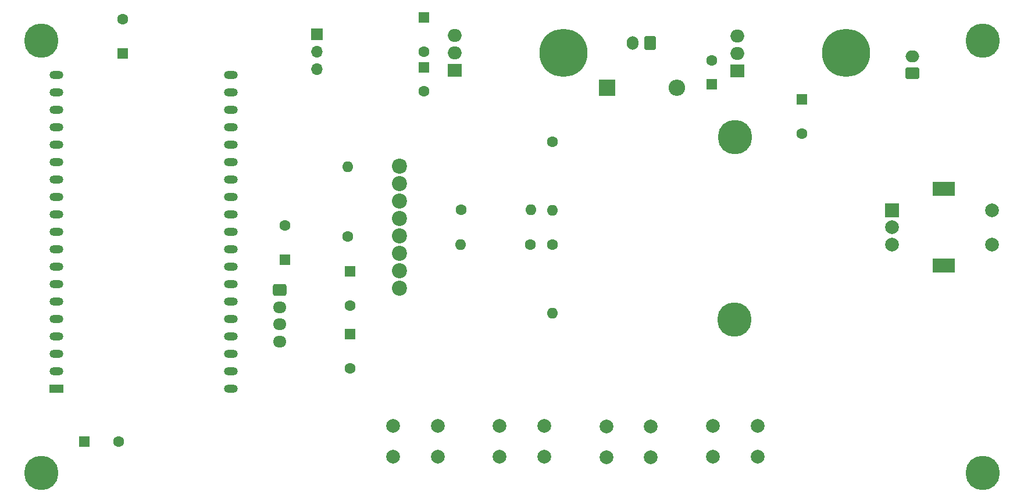
<source format=gts>
G04 #@! TF.GenerationSoftware,KiCad,Pcbnew,8.0.2*
G04 #@! TF.CreationDate,2024-05-25T11:53:28+02:00*
G04 #@! TF.ProjectId,VFO na esp32,56464f20-6e61-4206-9573-7033322e6b69,rev?*
G04 #@! TF.SameCoordinates,Original*
G04 #@! TF.FileFunction,Soldermask,Top*
G04 #@! TF.FilePolarity,Negative*
%FSLAX46Y46*%
G04 Gerber Fmt 4.6, Leading zero omitted, Abs format (unit mm)*
G04 Created by KiCad (PCBNEW 8.0.2) date 2024-05-25 11:53:28*
%MOMM*%
%LPD*%
G01*
G04 APERTURE LIST*
G04 Aperture macros list*
%AMRoundRect*
0 Rectangle with rounded corners*
0 $1 Rounding radius*
0 $2 $3 $4 $5 $6 $7 $8 $9 X,Y pos of 4 corners*
0 Add a 4 corners polygon primitive as box body*
4,1,4,$2,$3,$4,$5,$6,$7,$8,$9,$2,$3,0*
0 Add four circle primitives for the rounded corners*
1,1,$1+$1,$2,$3*
1,1,$1+$1,$4,$5*
1,1,$1+$1,$6,$7*
1,1,$1+$1,$8,$9*
0 Add four rect primitives between the rounded corners*
20,1,$1+$1,$2,$3,$4,$5,0*
20,1,$1+$1,$4,$5,$6,$7,0*
20,1,$1+$1,$6,$7,$8,$9,0*
20,1,$1+$1,$8,$9,$2,$3,0*%
G04 Aperture macros list end*
%ADD10R,1.600000X1.600000*%
%ADD11C,1.600000*%
%ADD12C,2.200000*%
%ADD13R,1.700000X1.700000*%
%ADD14O,1.700000X1.700000*%
%ADD15C,5.000000*%
%ADD16O,1.600000X1.600000*%
%ADD17C,7.000000*%
%ADD18R,2.000000X2.000000*%
%ADD19C,2.000000*%
%ADD20R,3.200000X2.000000*%
%ADD21R,2.400000X2.400000*%
%ADD22O,2.400000X2.400000*%
%ADD23RoundRect,0.250000X0.750000X-0.600000X0.750000X0.600000X-0.750000X0.600000X-0.750000X-0.600000X0*%
%ADD24O,2.000000X1.700000*%
%ADD25RoundRect,0.250000X0.600000X0.750000X-0.600000X0.750000X-0.600000X-0.750000X0.600000X-0.750000X0*%
%ADD26O,1.700000X2.000000*%
%ADD27R,2.000000X1.200000*%
%ADD28O,2.000000X1.200000*%
%ADD29O,3.500000X3.500000*%
%ADD30R,2.000000X1.905000*%
%ADD31O,2.000000X1.905000*%
%ADD32RoundRect,0.250000X-0.725000X0.600000X-0.725000X-0.600000X0.725000X-0.600000X0.725000X0.600000X0*%
%ADD33O,1.950000X1.700000*%
G04 APERTURE END LIST*
D10*
X199600000Y-72400000D03*
D11*
X199600000Y-68900000D03*
D10*
X157700000Y-69900000D03*
D11*
X157700000Y-73400000D03*
D10*
X113800000Y-67900000D03*
D11*
X113800000Y-62900000D03*
D12*
X154100000Y-84300000D03*
X154100000Y-86840000D03*
X154100000Y-89380000D03*
X154100000Y-91920000D03*
X154100000Y-94460000D03*
X154100000Y-97000000D03*
X154100000Y-99540000D03*
X154100000Y-102080000D03*
D10*
X146900000Y-99600000D03*
D11*
X146900000Y-104600000D03*
D13*
X142100000Y-65060000D03*
D14*
X142100000Y-67600000D03*
X142100000Y-70140000D03*
D15*
X239000000Y-129000000D03*
D11*
X176400000Y-95700000D03*
D16*
X176400000Y-105700000D03*
D10*
X108200000Y-124400000D03*
D11*
X113200000Y-124400000D03*
D15*
X102000000Y-66000000D03*
D17*
X177950000Y-67810000D03*
D13*
X154125000Y-84325000D03*
D14*
X154125000Y-86865000D03*
X154125000Y-89405000D03*
X154125000Y-91945000D03*
X154125000Y-94485000D03*
X154125000Y-97025000D03*
X154125000Y-99565000D03*
X154125000Y-102105000D03*
D18*
X225850000Y-90700000D03*
D19*
X225850000Y-95700000D03*
X225850000Y-93200000D03*
D20*
X233350000Y-87600000D03*
X233350000Y-98800000D03*
D19*
X240350000Y-95700000D03*
X240350000Y-90700000D03*
X159700000Y-126610000D03*
X153200000Y-126610000D03*
X159700000Y-122110000D03*
X153200000Y-122110000D03*
X190730000Y-126700000D03*
X184230000Y-126700000D03*
X190730000Y-122200000D03*
X184230000Y-122200000D03*
D21*
X184330000Y-72840000D03*
D22*
X194490000Y-72840000D03*
D10*
X157700000Y-62600000D03*
D11*
X157700000Y-67600000D03*
D23*
X228750000Y-70790000D03*
D24*
X228750000Y-68290000D03*
D11*
X146600000Y-94580000D03*
D16*
X146600000Y-84420000D03*
D19*
X175200000Y-126670000D03*
X168700000Y-126670000D03*
X175200000Y-122170000D03*
X168700000Y-122170000D03*
D11*
X163050000Y-90670000D03*
D16*
X173210000Y-90670000D03*
D25*
X190600000Y-66360000D03*
D26*
X188100000Y-66360000D03*
D17*
X219150000Y-67830000D03*
D10*
X212700000Y-74600000D03*
D11*
X212700000Y-79600000D03*
D15*
X203000000Y-80100000D03*
D10*
X137400000Y-97900000D03*
D11*
X137400000Y-92900000D03*
D15*
X239000000Y-66000000D03*
D11*
X176400000Y-80720000D03*
D16*
X176400000Y-90720000D03*
D15*
X102000000Y-129000000D03*
D10*
X146910000Y-108770000D03*
D11*
X146910000Y-113770000D03*
X173200000Y-95700000D03*
D16*
X163040000Y-95700000D03*
D15*
X202900000Y-106700000D03*
D19*
X206290000Y-126670000D03*
X199790000Y-126670000D03*
X206290000Y-122170000D03*
X199790000Y-122170000D03*
D27*
X104200000Y-116703440D03*
D28*
X104200000Y-114163440D03*
X104200000Y-111623440D03*
X104200000Y-109083440D03*
X104200000Y-106543440D03*
X104200000Y-104003440D03*
X104200000Y-101463440D03*
X104200000Y-98923440D03*
X104200000Y-96383440D03*
X104200000Y-93843440D03*
X104200000Y-91303440D03*
X104200000Y-88763440D03*
X104200000Y-86223440D03*
X104200000Y-83683440D03*
X104200000Y-81143440D03*
X104200000Y-78603440D03*
X104200000Y-76063440D03*
X104200000Y-73523440D03*
X104200000Y-70983440D03*
X129596320Y-70986160D03*
X129596320Y-73526160D03*
X129600000Y-76063440D03*
X129600000Y-78603440D03*
X129600000Y-81143440D03*
X129600000Y-83683440D03*
X129600000Y-86223440D03*
X129600000Y-88763440D03*
X129600000Y-91303440D03*
X129600000Y-93843440D03*
X129600000Y-96383440D03*
X129600000Y-98923440D03*
X129600000Y-101463440D03*
X129600000Y-104003440D03*
X129600000Y-106543440D03*
X129600000Y-109083440D03*
X129600000Y-111623440D03*
X129600000Y-114163440D03*
X129600000Y-116703440D03*
D29*
X177950000Y-67770000D03*
D30*
X162150000Y-70310000D03*
D31*
X162150000Y-67770000D03*
X162150000Y-65230000D03*
D29*
X219130000Y-67860000D03*
D30*
X203330000Y-70400000D03*
D31*
X203330000Y-67860000D03*
X203330000Y-65320000D03*
D32*
X136700000Y-102350000D03*
D33*
X136700000Y-104850000D03*
X136700000Y-107350000D03*
X136700000Y-109850000D03*
M02*

</source>
